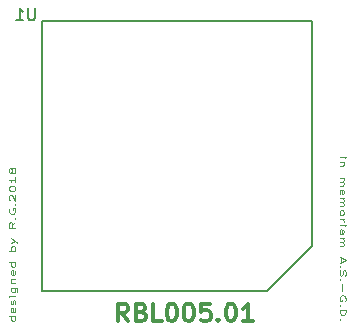
<source format=gbo>
%TF.GenerationSoftware,KiCad,Pcbnew,4.0.2+dfsg1-stable*%
%TF.CreationDate,2019-03-01T15:19:43+01:00*%
%TF.ProjectId,A1200MPU-Adapter,41313230304D50552D41646170746572,rev?*%
%TF.FileFunction,Legend,Bot*%
%FSLAX46Y46*%
G04 Gerber Fmt 4.6, Leading zero omitted, Abs format (unit mm)*
G04 Created by KiCad (PCBNEW 4.0.2+dfsg1-stable) date Fri 01 Mar 2019 15:19:43 CET*
%MOMM*%
G01*
G04 APERTURE LIST*
%ADD10C,0.100000*%
%ADD11C,0.120000*%
%ADD12C,0.300000*%
%ADD13C,0.150000*%
G04 APERTURE END LIST*
D10*
D11*
X161063810Y-104267857D02*
X161397143Y-104267857D01*
X161563810Y-104267857D02*
X161540000Y-104229762D01*
X161516190Y-104267857D01*
X161540000Y-104305952D01*
X161563810Y-104267857D01*
X161516190Y-104267857D01*
X161397143Y-104648809D02*
X161063810Y-104648809D01*
X161349524Y-104648809D02*
X161373333Y-104686904D01*
X161397143Y-104763095D01*
X161397143Y-104877381D01*
X161373333Y-104953571D01*
X161325714Y-104991666D01*
X161063810Y-104991666D01*
X161063810Y-105982143D02*
X161397143Y-105982143D01*
X161349524Y-105982143D02*
X161373333Y-106020238D01*
X161397143Y-106096429D01*
X161397143Y-106210715D01*
X161373333Y-106286905D01*
X161325714Y-106325000D01*
X161063810Y-106325000D01*
X161325714Y-106325000D02*
X161373333Y-106363096D01*
X161397143Y-106439286D01*
X161397143Y-106553572D01*
X161373333Y-106629762D01*
X161325714Y-106667857D01*
X161063810Y-106667857D01*
X161087619Y-107353572D02*
X161063810Y-107277382D01*
X161063810Y-107125001D01*
X161087619Y-107048810D01*
X161135238Y-107010715D01*
X161325714Y-107010715D01*
X161373333Y-107048810D01*
X161397143Y-107125001D01*
X161397143Y-107277382D01*
X161373333Y-107353572D01*
X161325714Y-107391667D01*
X161278095Y-107391667D01*
X161230476Y-107010715D01*
X161063810Y-107734524D02*
X161397143Y-107734524D01*
X161349524Y-107734524D02*
X161373333Y-107772619D01*
X161397143Y-107848810D01*
X161397143Y-107963096D01*
X161373333Y-108039286D01*
X161325714Y-108077381D01*
X161063810Y-108077381D01*
X161325714Y-108077381D02*
X161373333Y-108115477D01*
X161397143Y-108191667D01*
X161397143Y-108305953D01*
X161373333Y-108382143D01*
X161325714Y-108420238D01*
X161063810Y-108420238D01*
X161063810Y-108915477D02*
X161087619Y-108839286D01*
X161111429Y-108801191D01*
X161159048Y-108763096D01*
X161301905Y-108763096D01*
X161349524Y-108801191D01*
X161373333Y-108839286D01*
X161397143Y-108915477D01*
X161397143Y-109029763D01*
X161373333Y-109105953D01*
X161349524Y-109144048D01*
X161301905Y-109182144D01*
X161159048Y-109182144D01*
X161111429Y-109144048D01*
X161087619Y-109105953D01*
X161063810Y-109029763D01*
X161063810Y-108915477D01*
X161063810Y-109525001D02*
X161397143Y-109525001D01*
X161301905Y-109525001D02*
X161349524Y-109563096D01*
X161373333Y-109601192D01*
X161397143Y-109677382D01*
X161397143Y-109753573D01*
X161063810Y-110020239D02*
X161397143Y-110020239D01*
X161563810Y-110020239D02*
X161540000Y-109982144D01*
X161516190Y-110020239D01*
X161540000Y-110058334D01*
X161563810Y-110020239D01*
X161516190Y-110020239D01*
X161063810Y-110744048D02*
X161325714Y-110744048D01*
X161373333Y-110705953D01*
X161397143Y-110629763D01*
X161397143Y-110477382D01*
X161373333Y-110401191D01*
X161087619Y-110744048D02*
X161063810Y-110667858D01*
X161063810Y-110477382D01*
X161087619Y-110401191D01*
X161135238Y-110363096D01*
X161182857Y-110363096D01*
X161230476Y-110401191D01*
X161254286Y-110477382D01*
X161254286Y-110667858D01*
X161278095Y-110744048D01*
X161063810Y-111125001D02*
X161397143Y-111125001D01*
X161349524Y-111125001D02*
X161373333Y-111163096D01*
X161397143Y-111239287D01*
X161397143Y-111353573D01*
X161373333Y-111429763D01*
X161325714Y-111467858D01*
X161063810Y-111467858D01*
X161325714Y-111467858D02*
X161373333Y-111505954D01*
X161397143Y-111582144D01*
X161397143Y-111696430D01*
X161373333Y-111772620D01*
X161325714Y-111810715D01*
X161063810Y-111810715D01*
X161206667Y-112763097D02*
X161206667Y-113144049D01*
X161063810Y-112686906D02*
X161563810Y-112953573D01*
X161063810Y-113220240D01*
X161111429Y-113486906D02*
X161087619Y-113525001D01*
X161063810Y-113486906D01*
X161087619Y-113448811D01*
X161111429Y-113486906D01*
X161063810Y-113486906D01*
X161087619Y-113829763D02*
X161063810Y-113944049D01*
X161063810Y-114134525D01*
X161087619Y-114210715D01*
X161111429Y-114248811D01*
X161159048Y-114286906D01*
X161206667Y-114286906D01*
X161254286Y-114248811D01*
X161278095Y-114210715D01*
X161301905Y-114134525D01*
X161325714Y-113982144D01*
X161349524Y-113905953D01*
X161373333Y-113867858D01*
X161420952Y-113829763D01*
X161468571Y-113829763D01*
X161516190Y-113867858D01*
X161540000Y-113905953D01*
X161563810Y-113982144D01*
X161563810Y-114172620D01*
X161540000Y-114286906D01*
X161111429Y-114629763D02*
X161087619Y-114667858D01*
X161063810Y-114629763D01*
X161087619Y-114591668D01*
X161111429Y-114629763D01*
X161063810Y-114629763D01*
X161254286Y-115010715D02*
X161254286Y-115620239D01*
X161540000Y-116420239D02*
X161563810Y-116344048D01*
X161563810Y-116229763D01*
X161540000Y-116115477D01*
X161492381Y-116039286D01*
X161444762Y-116001191D01*
X161349524Y-115963096D01*
X161278095Y-115963096D01*
X161182857Y-116001191D01*
X161135238Y-116039286D01*
X161087619Y-116115477D01*
X161063810Y-116229763D01*
X161063810Y-116305953D01*
X161087619Y-116420239D01*
X161111429Y-116458334D01*
X161278095Y-116458334D01*
X161278095Y-116305953D01*
X161111429Y-116801191D02*
X161087619Y-116839286D01*
X161063810Y-116801191D01*
X161087619Y-116763096D01*
X161111429Y-116801191D01*
X161063810Y-116801191D01*
X161063810Y-117182143D02*
X161563810Y-117182143D01*
X161563810Y-117372619D01*
X161540000Y-117486905D01*
X161492381Y-117563096D01*
X161444762Y-117601191D01*
X161349524Y-117639286D01*
X161278095Y-117639286D01*
X161182857Y-117601191D01*
X161135238Y-117563096D01*
X161087619Y-117486905D01*
X161063810Y-117372619D01*
X161063810Y-117182143D01*
X161111429Y-117982143D02*
X161087619Y-118020238D01*
X161063810Y-117982143D01*
X161087619Y-117944048D01*
X161111429Y-117982143D01*
X161063810Y-117982143D01*
X133576190Y-117728239D02*
X133076190Y-117728239D01*
X133552381Y-117728239D02*
X133576190Y-117804429D01*
X133576190Y-117956810D01*
X133552381Y-118033001D01*
X133528571Y-118071096D01*
X133480952Y-118109191D01*
X133338095Y-118109191D01*
X133290476Y-118071096D01*
X133266667Y-118033001D01*
X133242857Y-117956810D01*
X133242857Y-117804429D01*
X133266667Y-117728239D01*
X133552381Y-117042524D02*
X133576190Y-117118714D01*
X133576190Y-117271095D01*
X133552381Y-117347286D01*
X133504762Y-117385381D01*
X133314286Y-117385381D01*
X133266667Y-117347286D01*
X133242857Y-117271095D01*
X133242857Y-117118714D01*
X133266667Y-117042524D01*
X133314286Y-117004429D01*
X133361905Y-117004429D01*
X133409524Y-117385381D01*
X133552381Y-116699667D02*
X133576190Y-116623477D01*
X133576190Y-116471096D01*
X133552381Y-116394905D01*
X133504762Y-116356810D01*
X133480952Y-116356810D01*
X133433333Y-116394905D01*
X133409524Y-116471096D01*
X133409524Y-116585381D01*
X133385714Y-116661572D01*
X133338095Y-116699667D01*
X133314286Y-116699667D01*
X133266667Y-116661572D01*
X133242857Y-116585381D01*
X133242857Y-116471096D01*
X133266667Y-116394905D01*
X133576190Y-116013953D02*
X133242857Y-116013953D01*
X133076190Y-116013953D02*
X133100000Y-116052048D01*
X133123810Y-116013953D01*
X133100000Y-115975858D01*
X133076190Y-116013953D01*
X133123810Y-116013953D01*
X133242857Y-115290144D02*
X133647619Y-115290144D01*
X133695238Y-115328239D01*
X133719048Y-115366334D01*
X133742857Y-115442525D01*
X133742857Y-115556810D01*
X133719048Y-115633001D01*
X133552381Y-115290144D02*
X133576190Y-115366334D01*
X133576190Y-115518715D01*
X133552381Y-115594906D01*
X133528571Y-115633001D01*
X133480952Y-115671096D01*
X133338095Y-115671096D01*
X133290476Y-115633001D01*
X133266667Y-115594906D01*
X133242857Y-115518715D01*
X133242857Y-115366334D01*
X133266667Y-115290144D01*
X133242857Y-114909191D02*
X133576190Y-114909191D01*
X133290476Y-114909191D02*
X133266667Y-114871096D01*
X133242857Y-114794905D01*
X133242857Y-114680619D01*
X133266667Y-114604429D01*
X133314286Y-114566334D01*
X133576190Y-114566334D01*
X133552381Y-113880619D02*
X133576190Y-113956809D01*
X133576190Y-114109190D01*
X133552381Y-114185381D01*
X133504762Y-114223476D01*
X133314286Y-114223476D01*
X133266667Y-114185381D01*
X133242857Y-114109190D01*
X133242857Y-113956809D01*
X133266667Y-113880619D01*
X133314286Y-113842524D01*
X133361905Y-113842524D01*
X133409524Y-114223476D01*
X133576190Y-113156810D02*
X133076190Y-113156810D01*
X133552381Y-113156810D02*
X133576190Y-113233000D01*
X133576190Y-113385381D01*
X133552381Y-113461572D01*
X133528571Y-113499667D01*
X133480952Y-113537762D01*
X133338095Y-113537762D01*
X133290476Y-113499667D01*
X133266667Y-113461572D01*
X133242857Y-113385381D01*
X133242857Y-113233000D01*
X133266667Y-113156810D01*
X133576190Y-112166333D02*
X133076190Y-112166333D01*
X133266667Y-112166333D02*
X133242857Y-112090142D01*
X133242857Y-111937761D01*
X133266667Y-111861571D01*
X133290476Y-111823476D01*
X133338095Y-111785380D01*
X133480952Y-111785380D01*
X133528571Y-111823476D01*
X133552381Y-111861571D01*
X133576190Y-111937761D01*
X133576190Y-112090142D01*
X133552381Y-112166333D01*
X133242857Y-111518713D02*
X133576190Y-111328237D01*
X133242857Y-111137761D02*
X133576190Y-111328237D01*
X133695238Y-111404428D01*
X133719048Y-111442523D01*
X133742857Y-111518713D01*
X133576190Y-109766332D02*
X133338095Y-110032999D01*
X133576190Y-110223475D02*
X133076190Y-110223475D01*
X133076190Y-109918713D01*
X133100000Y-109842522D01*
X133123810Y-109804427D01*
X133171429Y-109766332D01*
X133242857Y-109766332D01*
X133290476Y-109804427D01*
X133314286Y-109842522D01*
X133338095Y-109918713D01*
X133338095Y-110223475D01*
X133528571Y-109423475D02*
X133552381Y-109385380D01*
X133576190Y-109423475D01*
X133552381Y-109461570D01*
X133528571Y-109423475D01*
X133576190Y-109423475D01*
X133100000Y-108623475D02*
X133076190Y-108699666D01*
X133076190Y-108813951D01*
X133100000Y-108928237D01*
X133147619Y-109004428D01*
X133195238Y-109042523D01*
X133290476Y-109080618D01*
X133361905Y-109080618D01*
X133457143Y-109042523D01*
X133504762Y-109004428D01*
X133552381Y-108928237D01*
X133576190Y-108813951D01*
X133576190Y-108737761D01*
X133552381Y-108623475D01*
X133528571Y-108585380D01*
X133361905Y-108585380D01*
X133361905Y-108737761D01*
X133528571Y-108242523D02*
X133552381Y-108204428D01*
X133576190Y-108242523D01*
X133552381Y-108280618D01*
X133528571Y-108242523D01*
X133576190Y-108242523D01*
X133123810Y-107899666D02*
X133100000Y-107861571D01*
X133076190Y-107785380D01*
X133076190Y-107594904D01*
X133100000Y-107518714D01*
X133123810Y-107480618D01*
X133171429Y-107442523D01*
X133219048Y-107442523D01*
X133290476Y-107480618D01*
X133576190Y-107937761D01*
X133576190Y-107442523D01*
X133076190Y-106947285D02*
X133076190Y-106871094D01*
X133100000Y-106794904D01*
X133123810Y-106756809D01*
X133171429Y-106718713D01*
X133266667Y-106680618D01*
X133385714Y-106680618D01*
X133480952Y-106718713D01*
X133528571Y-106756809D01*
X133552381Y-106794904D01*
X133576190Y-106871094D01*
X133576190Y-106947285D01*
X133552381Y-107023475D01*
X133528571Y-107061571D01*
X133480952Y-107099666D01*
X133385714Y-107137761D01*
X133266667Y-107137761D01*
X133171429Y-107099666D01*
X133123810Y-107061571D01*
X133100000Y-107023475D01*
X133076190Y-106947285D01*
X133576190Y-105918713D02*
X133576190Y-106375856D01*
X133576190Y-106147285D02*
X133076190Y-106147285D01*
X133147619Y-106223475D01*
X133195238Y-106299666D01*
X133219048Y-106375856D01*
X133290476Y-105461570D02*
X133266667Y-105537761D01*
X133242857Y-105575856D01*
X133195238Y-105613951D01*
X133171429Y-105613951D01*
X133123810Y-105575856D01*
X133100000Y-105537761D01*
X133076190Y-105461570D01*
X133076190Y-105309189D01*
X133100000Y-105232999D01*
X133123810Y-105194903D01*
X133171429Y-105156808D01*
X133195238Y-105156808D01*
X133242857Y-105194903D01*
X133266667Y-105232999D01*
X133290476Y-105309189D01*
X133290476Y-105461570D01*
X133314286Y-105537761D01*
X133338095Y-105575856D01*
X133385714Y-105613951D01*
X133480952Y-105613951D01*
X133528571Y-105575856D01*
X133552381Y-105537761D01*
X133576190Y-105461570D01*
X133576190Y-105309189D01*
X133552381Y-105232999D01*
X133528571Y-105194903D01*
X133480952Y-105156808D01*
X133385714Y-105156808D01*
X133338095Y-105194903D01*
X133314286Y-105232999D01*
X133290476Y-105309189D01*
D12*
X143133573Y-118153571D02*
X142633573Y-117439286D01*
X142276430Y-118153571D02*
X142276430Y-116653571D01*
X142847858Y-116653571D01*
X142990716Y-116725000D01*
X143062144Y-116796429D01*
X143133573Y-116939286D01*
X143133573Y-117153571D01*
X143062144Y-117296429D01*
X142990716Y-117367857D01*
X142847858Y-117439286D01*
X142276430Y-117439286D01*
X144276430Y-117367857D02*
X144490716Y-117439286D01*
X144562144Y-117510714D01*
X144633573Y-117653571D01*
X144633573Y-117867857D01*
X144562144Y-118010714D01*
X144490716Y-118082143D01*
X144347858Y-118153571D01*
X143776430Y-118153571D01*
X143776430Y-116653571D01*
X144276430Y-116653571D01*
X144419287Y-116725000D01*
X144490716Y-116796429D01*
X144562144Y-116939286D01*
X144562144Y-117082143D01*
X144490716Y-117225000D01*
X144419287Y-117296429D01*
X144276430Y-117367857D01*
X143776430Y-117367857D01*
X145990716Y-118153571D02*
X145276430Y-118153571D01*
X145276430Y-116653571D01*
X146776430Y-116653571D02*
X146919287Y-116653571D01*
X147062144Y-116725000D01*
X147133573Y-116796429D01*
X147205002Y-116939286D01*
X147276430Y-117225000D01*
X147276430Y-117582143D01*
X147205002Y-117867857D01*
X147133573Y-118010714D01*
X147062144Y-118082143D01*
X146919287Y-118153571D01*
X146776430Y-118153571D01*
X146633573Y-118082143D01*
X146562144Y-118010714D01*
X146490716Y-117867857D01*
X146419287Y-117582143D01*
X146419287Y-117225000D01*
X146490716Y-116939286D01*
X146562144Y-116796429D01*
X146633573Y-116725000D01*
X146776430Y-116653571D01*
X148205001Y-116653571D02*
X148347858Y-116653571D01*
X148490715Y-116725000D01*
X148562144Y-116796429D01*
X148633573Y-116939286D01*
X148705001Y-117225000D01*
X148705001Y-117582143D01*
X148633573Y-117867857D01*
X148562144Y-118010714D01*
X148490715Y-118082143D01*
X148347858Y-118153571D01*
X148205001Y-118153571D01*
X148062144Y-118082143D01*
X147990715Y-118010714D01*
X147919287Y-117867857D01*
X147847858Y-117582143D01*
X147847858Y-117225000D01*
X147919287Y-116939286D01*
X147990715Y-116796429D01*
X148062144Y-116725000D01*
X148205001Y-116653571D01*
X150062144Y-116653571D02*
X149347858Y-116653571D01*
X149276429Y-117367857D01*
X149347858Y-117296429D01*
X149490715Y-117225000D01*
X149847858Y-117225000D01*
X149990715Y-117296429D01*
X150062144Y-117367857D01*
X150133572Y-117510714D01*
X150133572Y-117867857D01*
X150062144Y-118010714D01*
X149990715Y-118082143D01*
X149847858Y-118153571D01*
X149490715Y-118153571D01*
X149347858Y-118082143D01*
X149276429Y-118010714D01*
X150776429Y-118010714D02*
X150847857Y-118082143D01*
X150776429Y-118153571D01*
X150705000Y-118082143D01*
X150776429Y-118010714D01*
X150776429Y-118153571D01*
X151776429Y-116653571D02*
X151919286Y-116653571D01*
X152062143Y-116725000D01*
X152133572Y-116796429D01*
X152205001Y-116939286D01*
X152276429Y-117225000D01*
X152276429Y-117582143D01*
X152205001Y-117867857D01*
X152133572Y-118010714D01*
X152062143Y-118082143D01*
X151919286Y-118153571D01*
X151776429Y-118153571D01*
X151633572Y-118082143D01*
X151562143Y-118010714D01*
X151490715Y-117867857D01*
X151419286Y-117582143D01*
X151419286Y-117225000D01*
X151490715Y-116939286D01*
X151562143Y-116796429D01*
X151633572Y-116725000D01*
X151776429Y-116653571D01*
X153705000Y-118153571D02*
X152847857Y-118153571D01*
X153276429Y-118153571D02*
X153276429Y-116653571D01*
X153133572Y-116867857D01*
X152990714Y-117010714D01*
X152847857Y-117082143D01*
D13*
X158750000Y-111760000D02*
X154940000Y-115570000D01*
X154940000Y-115570000D02*
X135890000Y-115570000D01*
X135890000Y-115570000D02*
X135890000Y-92710000D01*
X135890000Y-92710000D02*
X158750000Y-92710000D01*
X158750000Y-92710000D02*
X158750000Y-111760000D01*
X135254905Y-91654381D02*
X135254905Y-92463905D01*
X135207286Y-92559143D01*
X135159667Y-92606762D01*
X135064429Y-92654381D01*
X134873952Y-92654381D01*
X134778714Y-92606762D01*
X134731095Y-92559143D01*
X134683476Y-92463905D01*
X134683476Y-91654381D01*
X133683476Y-92654381D02*
X134254905Y-92654381D01*
X133969191Y-92654381D02*
X133969191Y-91654381D01*
X134064429Y-91797238D01*
X134159667Y-91892476D01*
X134254905Y-91940095D01*
M02*

</source>
